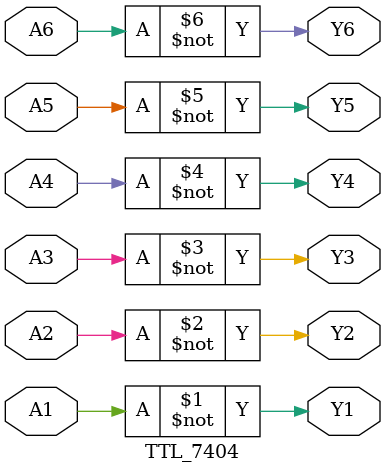
<source format=v>

`timescale 1ns/10ps

module TTL_7404 (
   input  A1,    // Unit A
   output Y1,
   input  A2,    // Unit B
   output Y2,
   input  A3,    // Unit C
   output Y3,
   input  A4,    // Unit D
   output Y4,
   input  A5,    // Unit E
   output Y5,
   input  A6,    // Unit F
   output Y6
   );

   // 15ns rise and fall
   not #(15) (Y1, A1);
   not #(15) (Y2, A2);
   not #(15) (Y3, A3);
   not #(15) (Y4, A4);
   not #(15) (Y5, A5);
   not #(15) (Y6, A6);
endmodule


</source>
